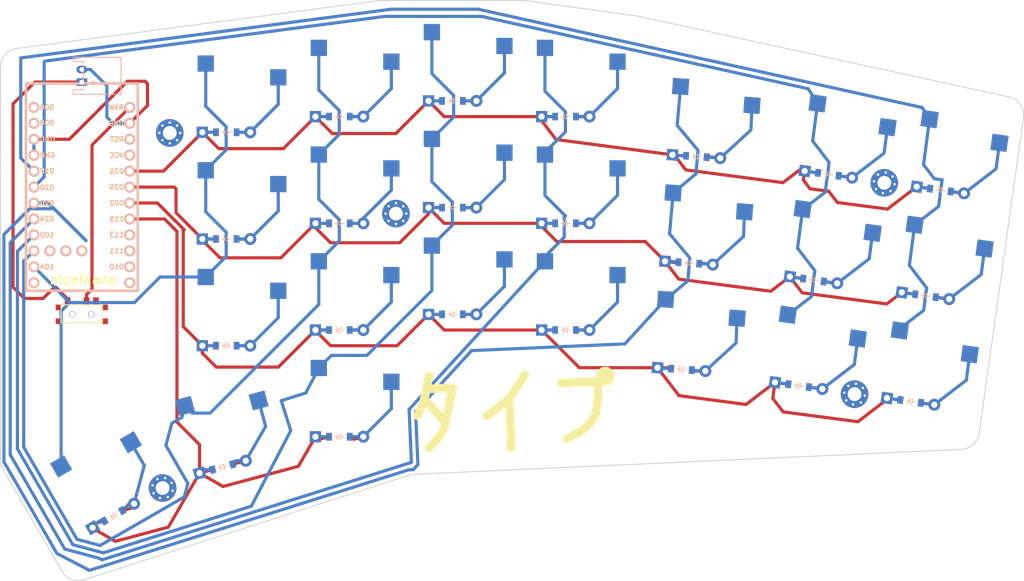
<source format=kicad_pcb>
(kicad_pcb (version 20241229) (generator "pcbnew") (generator_version "9.0")
  (title_block (title "right_pcb") (rev "v1.0.0") (company "Unknown"))
  (layers (0 "F.Cu" signal) (2 "B.Cu" signal) (13 "F.Paste" user) (15 "B.Paste" user) (5 "F.SilkS" user "F.Silkscreen") (7 "B.SilkS" user "B.Silkscreen") (1 "F.Mask" user) (3 "B.Mask" user) (25 "Edge.Cuts" user))
  (net 0 "")
  (net 1 "P017")
  (net 2 "mirror_clone_outer_bottom")
  (net 3 "mirror_clone_outer_home")
  (net 4 "mirror_clone_outer_top")
  (net 5 "P020")
  (net 6 "mirror_outer_bottom")
  (net 7 "mirror_outer_home")
  (net 8 "mirror_outer_top")
  (net 9 "P022")
  (net 10 "mirror_pinky_bottom")
  (net 11 "mirror_pinky_home")
  (net 12 "mirror_pinky_top")
  (net 13 "P024")
  (net 14 "mirror_ring_bottom")
  (net 15 "mirror_ring_home")
  (net 16 "mirror_ring_top")
  (net 17 "P100")
  (net 18 "mirror_middle_bottom")
  (net 19 "mirror_middle_home")
  (net 20 "mirror_middle_top")
  (net 21 "mirror_index_mod")
  (net 22 "P011")
  (net 23 "mirror_index_bottom")
  (net 24 "mirror_index_home")
  (net 25 "mirror_index_top")
  (net 26 "P104")
  (net 27 "mirror_inner_bottom")
  (net 28 "mirror_inner_home")
  (net 29 "mirror_inner_top")
  (net 30 "mirror_layer_cluster")
  (net 31 "mirror_space_cluster")
  (net 32 "P002")
  (net 33 "P029")
  (net 34 "P031")
  (net 35 "P115")
  (net 36 "RAW")
  (net 37 "GND")
  (net 38 "RST")
  (net 39 "VCC")
  (net 40 "P113")
  (net 41 "P111")
  (net 42 "P010")
  (net 43 "P009")
  (net 44 "P006")
  (net 45 "P008")
  (net 46 "P106")
  (net 47 "P101")
  (net 48 "P102")
  (net 49 "P107")
  (net 50 "pos")
  (footprint "E73:SPDT_C128955" (layer "F.Cu") (at 247.343768 124.529025 180)
    (property "Reference" "T1" (hide yes))
    (property "Value" "" (hide yes))
  )
  (footprint "PG1350" (layer "F.Cu") (at 249.859027 152.285854 30)
    (property "Reference" "S24" (hide yes))
    (property "Value" "" (hide yes))
  )
  (footprint "ComboDiode" (layer "F.Cu") (at 366.177923 102.22526 -8)
    (property "Reference" "D6" (hide yes))
    (property "Value" "" (hide yes))
  )
  (footprint "ComboDiode" (layer "F.Cu") (at 306.343767 107.529032)
    (property "Reference" "D14" (hide yes))
    (property "Value" "" (hide yes))
  )
  (footprint "ComboDiode" (layer "F.Cu") (at 270.343768 112.529031)
    (property "Reference" "D21" (hide yes))
    (property "Value" "" (hide yes))
  )
  (footprint "ComboDiode" (layer "F.Cu") (at 270.343762 95.52903)
    (property "Reference" "D22" (hide yes))
    (property "Value" "" (hide yes))
  )
  (footprint "PG1350" (layer "F.Cu") (at 366.873796 97.273922 -8)
    (property "Reference" "S6" (hide yes))
    (property "Value" "" (hide yes))
  )
  (footprint "PG1350" (layer "F.Cu") (at 306.34377 119.529028)
    (property "Reference" "S13" (hide yes))
    (property "Value" "" (hide yes))
  )
  (footprint "ComboDiode" (layer "F.Cu") (at 324.343767 110.029035)
    (property "Reference" "D11" (hide yes))
    (property "Value" "" (hide yes))
  )
  (footprint "PG1350" (layer "F.Cu") (at 306.343776 85.529037)
    (property "Reference" "S15" (hide yes))
    (property "Value" "" (hide yes))
  )
  (footprint "ComboDiode" (layer "F.Cu") (at 270.343768 129.52904)
    (property "Reference" "D20" (hide yes))
    (property "Value" "" (hide yes))
  )
  (footprint "nice_nano" (layer "F.Cu") (at 247.343764 105.529032 -90)
    (property "Reference" "MCU1" (hide yes))
    (property "Value" "nice_nano" (hide yes))
  )
  (footprint "PG1350" (layer "F.Cu") (at 362.14191 130.943018 -8)
    (property "Reference" "S4" (hide yes))
    (property "Value" "" (hide yes))
  )
  (footprint "ComboDiode" (layer "F.Cu") (at 342.788221 133.301705 -4)
    (property "Reference" "D7" (hide yes))
    (property "Value" "" (hide yes))
  )
  (footprint "PG1350" (layer "F.Cu") (at 288.343766 105.029039)
    (property "Reference" "S18" (hide yes))
    (property "Value" "" (hide yes))
  )
  (footprint "PG1350" (layer "F.Cu") (at 288.343762 88.029029)
    (property "Reference" "S19" (hide yes))
    (property "Value" "" (hide yes))
  )
  (footprint "ComboDiode" (layer "F.Cu") (at 288.34377 93.029037)
    (property "Reference" "D19" (hide yes))
    (property "Value" "" (hide yes))
  )
  (footprint "MountingHole_2.2mm_M2_Pad_Via" (layer "F.Cu") (at 260.20326 152.202579 30)
    (property "Reference" "_5" (hide yes))
    (property "Value" "")
  )
  (footprint "PG1350" (layer "F.Cu") (at 379.966729 133.448146 -8)
    (property "Reference" "S1" (hide yes))
    (property "Value" "" (hide yes))
  )
  (footprint "ComboDiode" (layer "F.Cu") (at 343.974074 116.343116 -4)
    (property "Reference" "D8" (hide yes))
    (property "Value" "" (hide yes))
  )
  (footprint "ComboDiode" (layer "F.Cu") (at 379.27086 138.399494 -8)
    (property "Reference" "D1" (hide yes))
    (property "Value" "" (hide yes))
  )
  (footprint "PG1350" (layer "F.Cu") (at 288.343764 139.029039)
    (property "Reference" "S16" (hide yes))
    (property "Value" "" (hide yes))
  )
  (footprint "ComboDiode" (layer "F.Cu") (at 306.343773 124.52903)
    (property "Reference" "D13" (hide yes))
    (property "Value" "" (hide yes))
  )
  (footprint "PG1350" (layer "F.Cu") (at 364.507841 114.108472 -8)
    (property "Reference" "S5" (hide yes))
    (property "Value" "" (hide yes))
  )
  (footprint "ComboDiode" (layer "F.Cu") (at 384.00275 104.730369 -8)
    (property "Reference" "D3" (hide yes))
    (property "Value" "" (hide yes))
  )
  (footprint "ComboDiode" (layer "F.Cu") (at 252.359024 156.615973 30)
    (property "Reference" "D24" (hide yes))
    (property "Value" "" (hide yes))
  )
  (footprint "PG1350" (layer "F.Cu") (at 384.698606 99.779031 -8)
    (property "Reference" "S3" (hide yes))
    (property "Value" "" (hide yes))
  )
  (footprint "PG1350" (layer "F.Cu") (at 288.343767 122.02904)
    (property "Reference" "S17" (hide yes))
    (property "Value" "" (hide yes))
  )
  (footprint "ComboDiode" (layer "F.Cu") (at 288.343774 110.029033)
    (property "Reference" "D18" (hide yes))
    (property "Value" "" (hide yes))
  )
  (footprint "PG1350" (layer "F.Cu") (at 343.136999 128.313886 -4)
    (property "Reference" "S7" (hide yes))
    (property "Value" "" (hide yes))
  )
  (footprint "ComboDiode" (layer "F.Cu") (at 363.81199 119.059808 -8)
    (property "Reference" "D5" (hide yes))
    (property "Value" "" (hide yes))
  )
  (footprint "ComboDiode" (layer "F.Cu") (at 306.343768 90.529035)
    (property "Reference" "D15" (hide yes))
    (property "Value" "" (hide yes))
  )
  (footprint "PG1350" (layer "F.Cu") (at 344.322859 111.355294 -4)
    (property "Reference" "S8" (hide yes))
    (property "Value" "" (hide yes))
  )
  (footprint "PG1350" (layer "F.Cu") (at 324.343764 88.029044)
    (property "Reference" "S12" (hide yes))
    (property "Value" "" (hide yes))
  )
  (footprint "PG1350" (layer "F.Cu") (at 382.332673 116.613586 -8)
    (property "Reference" "S2" (hide yes))
    (property "Value" "" (hide yes))
  )
  (footprint "PG1350" (layer "F.Cu") (at 270.343766 124.52903)
    (property "Reference" "S20" (hide yes))
    (property "Value" "" (hide yes))
  )
  (footprint "MountingHole_2.2mm_M2_Pad_Via" (layer "F.Cu") (at 261.343763 95.629024)
    (property "Reference" "_2" (hide yes))
    (property "Value" "")
  )
  (footprint "PG1350" (layer "F.Cu") (at 270.343772 90.529036)
    (property "Reference" "S22" (hide yes))
    (property "Value" "" (hide yes))
  )
  (footprint "PG1350" (layer "F.Cu") (at 268.473178 144.012 15)
    (property "Reference" "S23" (hide yes))
    (property "Value" "" (hide yes))
  )
  (footprint "ComboDiode" (layer "F.Cu") (at 345.159939 99.384526 -4)
    (property "Reference" "D9" (hide yes))
    (property "Value" "" (hide yes))
  )
  (footprint "JST_PH_S2B-PH-K_02x2.00mm_Angled" (layer "F.Cu") (at 247.343765 86.529035 90)
    (property "Reference" "JST1" (hide yes))
    (property "Value" "" (hide yes))
  )
  (footprint "ComboDiode" (layer "F.Cu") (at 288.343766 127.029034)
    (property "Reference" "D17" (hide yes))
    (property "Value" "" (hide yes))
  )
  (footprint "ComboDiode" (layer "F.Cu") (at 381.636801 121.564933 -8)
    (property "Reference" "D2" (hide yes))
    (property "Value" "" (hide yes))
  )
  (footprint "MountingHole_2.2mm_M2_Pad_Via" (layer "F.Cu") (at 370.344534 137.24596 -8)
    (property "Reference" "_4" (hide yes))
    (property "Value" "")
  )
  (footprint "ComboDiode" (layer "F.Cu") (at 361.446044 135.894371 -8)
    (property "Reference" "D4" (hide yes))
    (property "Value" "" (hide yes))
  )
  (footprint "ComboDiode" (layer "F.Cu") (at 324.343765 93.029039)
    (property "Reference" "D12" (hide yes))
    (property "Value" "" (hide yes))
  )
  (footprint "MountingHole_2.2mm_M2_Pad_Via" (layer "F.Cu") (at 375.07642 103.576832 -8)
    (property "Reference" "_1" (hide yes))
    (property "Value" "")
  )
  (footprint "PG1350" (layer "F.Cu") (at 270.343768 107.52903)
    (property "Reference" "S21" (hide yes))
    (property "Value" "" (hide yes))
  )
  (footprint "ComboDiode" (layer "F.Cu") (at 324.343772 127.029044)
    (property "Reference" "D10" (hide yes))
    (property "Value" "" (hide yes))
  )
  (footprint "PG1350" (layer "F.Cu") (at 345.508717 94.396706 -4)
    (property "Reference" "S9" (hide yes))
    (property "Value" "" (hide yes))
  )
  (footprint "PG1350" (layer "F.Cu") (at 324.343764 105.029037)
    (property "Reference" "S11" (hide yes))
    (property "Value" "" (hide yes))
  )
  (footprint "PG1350" (layer "F.Cu") (at 324.343761 122.029033)
    (property "Reference" "S10" (hide yes))
    (property "Value" "" (hide yes))
  )
  (footprint "MountingHole_2.2mm_M2_Pad_Via" (layer "F.Cu") (at 297.343764 108.479043)
    (property "Reference" "_3" (hide yes))
    (property "Value" "")
  )
  (footprint "PG1350" (layer "F.Cu") (at 306.343764 102.529039)
    (property "Reference" "S14" (hide yes))
    (property "Value" "" (hide yes))
  )
  (footprint "ComboDiode" (layer "F.Cu") (at 269.767269 148.84162 15)
    (property "Reference" "D23" (hide yes))
    (property "Value" "" (hide yes))
  )
  (footprint "ComboDiode" (layer "F.Cu") (at 288.343763 144.02903)
    (property "Reference" "D16" (hide yes))
    (property "Value" "" (hide yes))
  )
  (gr_line (start 318.049135 74.557561) (end 335.730064 77.013241) (stroke (width 0.15)) (layer "Edge.Cuts"))
  (gr_line (start 244.188295 165.463857) (end 234.801654 149.20573) (stroke (width 0.15)) (layer "Edge.Cuts"))
  (gr_arc (start 394.897999 89.894102) (mid 396.721225 91.110842) (end 397.230235 93.242867) (stroke (width 0.15)) (layer "Edge.Cuts"))
  (gr_line (start 237.007034 82.165327) (end 294.648277 74.554851) (stroke (width 0.15)) (layer "Edge.Cuts"))
  (gr_arc (start 294.648277 74.55485) (mid 294.844196 74.535498) (end 295.040963 74.529039) (stroke (width 0.15)) (layer "Edge.Cuts"))
  (gr_arc (start 299.461497 150.152132) (mid 299.848522 150.055363) (end 300.244965 150.010814) (stroke (width 0.15)) (layer "Edge.Cuts"))
  (gr_line (start 295.040963 74.529039) (end 317.636428 74.529031) (stroke (width 0.15)) (layer "Edge.Cuts"))
  (gr_line (start 387.335878 146.05461) (end 300.244965 150.010814) (stroke (width 0.15)) (layer "Edge.Cuts"))
  (gr_arc (start 234.801654 149.20573) (mid 234.501955 148.48219) (end 234.399736 147.705736) (stroke (width 0.15)) (layer "Edge.Cuts"))
  (gr_line (start 335.955942 77.053474) (end 394.898006 89.894099) (stroke (width 0.15)) (layer "Edge.Cuts"))
  (gr_line (start 397.230235 93.242867) (end 390.170535 143.475228) (stroke (width 0.15)) (layer "Edge.Cuts"))
  (gr_line (start 299.461497 150.152134) (end 247.705979 166.819433) (stroke (width 0.15)) (layer "Edge.Cuts"))
  (gr_arc (start 335.730064 77.013239) (mid 335.843388 77.031194) (end 335.955942 77.053474) (stroke (width 0.15)) (layer "Edge.Cuts"))
  (gr_arc (start 234.399735 85.139514) (mid 235.143842 83.161902) (end 237.007034 82.165327) (stroke (width 0.15)) (layer "Edge.Cuts"))
  (gr_arc (start 317.636428 74.529031) (mid 317.843274 74.53617) (end 318.049135 74.557561) (stroke (width 0.15)) (layer "Edge.Cuts"))
  (gr_arc (start 247.705979 166.819433) (mid 245.707615 166.763196) (end 244.188295 165.463857) (stroke (width 0.15)) (layer "Edge.Cuts"))
  (gr_arc (start 390.170535 143.475228) (mid 389.218787 145.276576) (end 387.335878 146.05461) (stroke (width 0.15)) (layer "Edge.Cuts"))
  (gr_line (start 234.399736 147.705736) (end 234.399735 85.139514) (stroke (width 0.15)) (layer "Edge.Cuts"))
  (gr_text "タイプ" (at 297.6 148 2.5) (layer "F.SilkS") (effects (font (size 11 11) (thickness 1.375)) (justify left bottom)))
  (segment (start 383.050558 102.934455) (end 384.288406 103.09742) (width 0.5) (layer "B.Cu") (net 1))
  (segment (start 377.594851 126.772364) (end 377.551678 127.100257) (width 0.5) (layer "B.Cu") (net 1))
  (segment (start 237.624522 83.684306) (end 237.624522 99.61979) (width 0.5) (layer "B.Cu") (net 1))
  (segment (start 310.577848 75.920771) (end 296.594451 75.920768) (width 0.5) (layer "B.Cu") (net 1))
  (segment (start 379.917634 110.265695) (end 379.065972 116.734683) (width 0.5) (layer "B.Cu") (net 1))
  (segment (start 382.28356 93.431142) (end 381.109933 91.588916) (width 0.5) (layer "B.Cu") (net 1))
  (segment (start 310.618396 75.961318) (end 310.577848 75.920771) (width 0.5) (layer "B.Cu") (net 1))
  (segment (start 381.327984 100.689543) (end 383.050558 102.934455) (width 0.5) (layer "B.Cu") (net 1))
  (segment (start 382.283567 93.431142) (end 381.327984 100.689543) (width 0.5) (layer "B.Cu") (net 1))
  (segment (start 237.624522 99.61979) (end 239.723765 101.719033) (width 0.5) (layer "B.Cu") (net 1))
  (segment (start 381.349063 123.891659) (end 377.594851 126.772364) (width 0.5) (layer "B.Cu") (net 1))
  (segment (start 379.065972 116.734683) (end 381.818958 120.322452) (width 0.5) (layer "B.Cu") (net 1))
  (segment (start 384.288406 103.09742) (end 383.729787 107.340519) (width 0.5) (layer "B.Cu") (net 1))
  (segment (start 383.729787 107.340519) (end 379.917634 110.265695) (width 0.5) (layer "B.Cu") (net 1))
  (segment (start 381.109933 91.588916) (end 310.618396 75.961318) (width 0.5) (layer "B.Cu") (net 1))
  (segment (start 381.818958 120.322452) (end 381.349063 123.891659) (width 0.5) (layer "B.Cu") (net 1))
  (segment (start 296.594451 75.920768) (end 237.624522 83.684306) (width 0.5) (layer "B.Cu") (net 1))
  (segment (start 383.043779 138.929741) (end 380.92103 138.650275) (width 0.5) (layer "F.Cu") (net 2))
  (segment (start 380.92103 138.650275) (end 380.904801 138.629125) (width 0.5) (layer "F.Cu") (net 2))
  (segment (start 388.683093 130.886292) (end 388.138872 135.02014) (width 0.5) (layer "B.Cu") (net 2))
  (segment (start 383.043785 138.929743) (end 380.921037 138.650268) (width 0.5) (layer "B.Cu") (net 2))
  (segment (start 380.921037 138.650268) (end 380.904811 138.629118) (width 0.5) (layer "B.Cu") (net 2))
  (segment (start 388.138872 135.02014) (end 383.043785 138.929743) (width 0.5) (layer "B.Cu") (net 2))
  (segment (start 383.286975 121.815719) (end 383.270746 121.794564) (width 0.5) (layer "F.Cu") (net 3))
  (segment (start 385.409723 122.095183) (end 383.286975 121.815719) (width 0.5) (layer "F.Cu") (net 3))
  (segment (start 390.504808 118.185583) (end 385.409724 122.095175) (width 0.5) (layer "B.Cu") (net 3))
  (segment (start 385.409724 122.095175) (end 383.286984 121.815715) (width 0.5) (layer "B.Cu") (net 3))
  (segment (start 391.049038 114.051734) (end 390.504808 118.185583) (width 0.5) (layer "B.Cu") (net 3))
  (segment (start 383.286984 121.815715) (end 383.270748 121.794563) (width 0.5) (layer "B.Cu") (net 3))
  (segment (start 387.77567 105.26062) (end 385.652921 104.981154) (width 0.5) (layer "F.Cu") (net 4))
  (segment (start 385.652921 104.981154) (end 385.636691 104.960004) (width 0.5) (layer "F.Cu") (net 4))
  (segment (start 392.870751 101.351038) (end 387.775676 105.26062) (width 0.5) (layer "B.Cu") (net 4))
  (segment (start 385.636696 104.960013) (end 387.759438 105.239478) (width 0.5) (layer "B.Cu") (net 4))
  (segment (start 393.414981 97.217192) (end 393.422785 97.157905) (width 0.5) (layer "B.Cu") (net 4))
  (segment (start 393.422785 97.157905) (end 394.229506 96.538889) (width 0.5) (layer "B.Cu") (net 4))
  (segment (start 393.414981 97.217192) (end 392.870751 101.351038) (width 0.5) (layer "B.Cu") (net 4))
  (segment (start 387.759438 105.239478) (end 387.775676 105.26062) (width 0.5) (layer "B.Cu") (net 4))
  (segment (start 361.272762 113.989406) (end 364.025167 117.576406) (width 0.5) (layer "B.Cu") (net 5))
  (segment (start 363.480302 121.715023) (end 359.726859 124.595149) (width 0.5) (layer "B.Cu") (net 5))
  (segment (start 241.351067 84.322014) (end 241.487741 84.185343) (width 0.5) (layer "B.Cu") (net 5))
  (segment (start 241.487741 84.185343) (end 295.547522 77.068238) (width 0.5) (layer "B.Cu") (net 5))
  (segment (start 239.723764 104.259031) (end 241.351066 102.631733) (width 0.5) (layer "B.Cu") (net 5))
  (segment (start 295.547522 77.068238) (end 296.740915 77.068236) (width 0.5) (layer "B.Cu") (net 5))
  (segment (start 362.092806 107.760591) (end 361.272762 113.989406) (width 0.5) (layer "B.Cu") (net 5))
  (segment (start 310.986546 77.068237) (end 296.740915 77.068236) (width 0.5) (layer "B.Cu") (net 5))
  (segment (start 363.671639 96.904705) (end 364.458746 90.926029) (width 0.5) (layer "B.Cu") (net 5))
  (segment (start 364.458746 90.926036) (end 362.972613 88.593271) (width 0.5) (layer "B.Cu") (net 5))
  (segment (start 364.025167 117.576406) (end 363.480302 121.715023) (width 0.5) (layer "B.Cu") (net 5))
  (segment (start 362.972613 88.593271) (end 310.986546 77.068237) (width 0.5) (layer "B.Cu") (net 5))
  (segment (start 366.296325 100.325262) (end 363.671639 96.904705) (width 0.5) (layer "B.Cu") (net 5))
  (segment (start 362.092806 107.760591) (end 362.168813 107.770592) (width 0.5) (layer "B.Cu") (net 5))
  (segment (start 365.669791 105.084198) (end 366.296325 100.325262) (width 0.5) (layer "B.Cu") (net 5))
  (segment (start 241.351066 102.631733) (end 241.351067 84.322014) (width 0.5) (layer "B.Cu") (net 5))
  (segment (start 362.168813 107.770592) (end 365.669791 105.084198) (width 0.5) (layer "B.Cu") (net 5))
  (segment (start 363.096214 136.145156) (end 363.079983 136.124001) (width 0.5) (layer "F.Cu") (net 6))
  (segment (start 365.218962 136.424621) (end 363.096214 136.145156) (width 0.5) (layer "F.Cu") (net 6))
  (segment (start 370.314046 132.515024) (end 370.858275 128.381183) (width 0.5) (layer "B.Cu") (net 6))
  (segment (start 363.079983 136.124011) (end 365.202734 136.403472) (width 0.5) (layer "B.Cu") (net 6))
  (segment (start 365.218955 136.424624) (end 370.314046 132.515024) (width 0.5) (layer "B.Cu") (net 6))
  (segment (start 365.202734 136.403472) (end 365.218955 136.424624) (width 0.5) (layer "B.Cu") (net 6))
  (segment (start 365.462158 119.310591) (end 365.445929 119.289438) (width 0.5) (layer "F.Cu") (net 7))
  (segment (start 367.584909 119.590055) (end 365.462158 119.310591) (width 0.5) (layer "F.Cu") (net 7))
  (segment (start 365.46215 119.310595) (end 365.445924 119.289455) (width 0.5) (layer "B.Cu") (net 7))
  (segment (start 367.584902 119.59007) (end 365.46215 119.310595) (width 0.5) (layer "B.Cu") (net 7))
  (segment (start 367.584902 119.59007) (end 372.679989 115.680473) (width 0.5) (layer "B.Cu") (net 7))
  (segment (start 372.679989 115.680473) (end 373.224215 111.546631) (width 0.5) (layer "B.Cu") (net 7))
  (segment (start 369.950844 102.755507) (end 367.828098 102.476044) (width 0.5) (layer "F.Cu") (net 8))
  (segment (start 367.828098 102.476044) (end 367.811866 102.454891) (width 0.5) (layer "F.Cu") (net 8))
  (segment (start 367.811863 102.454888) (end 369.934616 102.734355) (width 0.5) (layer "B.Cu") (net 8))
  (segment (start 369.950846 102.755506) (end 375.045928 98.845919) (width 0.5) (layer "B.Cu") (net 8))
  (segment (start 369.934616 102.734355) (end 369.950846 102.755506) (width 0.5) (layer "B.Cu") (net 8))
  (segment (start 375.045928 98.845919) (end 375.590155 94.712066) (width 0.5) (layer "B.Cu") (net 8))
  (segment (start 242.937815 107.711742) (end 239.049718 107.711731) (width 0.5) (layer "B.Cu") (net 9))
  (segment (start 344.131164 115.55067) (end 343.812788 119.189781) (width 0.5) (layer "B.Cu") (net 9))
  (segment (start 299.347748 149.306435) (end 300.102372 149.273491) (width 0.5) (layer "B.Cu") (net 9))
  (segment (start 248.017822 112.791737) (end 242.937815 107.711742) (width 0.5) (layer "B.Cu") (net 9))
  (segment (start 242.025111 106.799038) (end 248.017822 112.791737) (width 0.5) (layer "B.Cu") (net 9))
  (segment (start 300.473103 140.036919) (end 309.390629 130.305146) (width 0.5) (layer "B.Cu") (net 9))
  (segment (start 235.040158 148.174704) (end 243.380633 162.620835) (width 0.5) (layer "B.Cu") (net 9))
  (segment (start 234.949761 111.811684) (end 234.949759 148.084305) (width 0.5) (layer "B.Cu") (net 9))
  (segment (start 342.113273 94.44477) (end 345.431004 98.398699) (width 0.5) (layer "B.Cu") (net 9))
  (segment (start 333.788244 129.239922) (end 340.285029 122.149928) (width 0.5) (layer "B.Cu") (net 9))
  (segment (start 309.390629 130.305146) (end 333.788244 129.239922) (width 0.5) (layer "B.Cu") (net 9))
  (segment (start 340.901327 111.701502) (end 344.131164 115.55067) (width 0.5) (layer "B.Cu") (net 9))
  (segment (start 342.656752 88.232744) (end 342.113273 94.44477) (width 0.5) (layer "B.Cu") (net 9))
  (segment (start 300.841175 148.467229) (end 300.473103 140.036919) (width 0.5) (layer "B.Cu") (net 9))
  (segment (start 248.563242 165.318728) (end 299.347748 149.306435) (width 0.5) (layer "B.Cu") (net 9))
  (segment (start 345.431004 98.398699) (end 345.099817 102.184234) (width 0.5) (layer "B.Cu") (net 9))
  (segment (start 239.723769 106.799026) (end 242.025111 106.799038) (width 0.5) (layer "B.Cu") (net 9))
  (segment (start 345.099817 102.184234) (end 345.058877 102.180652) (width 0.5) (layer "B.Cu") (net 9))
  (segment (start 234.949759 148.084305) (end 235.040158 148.174704) (width 0.5) (layer "B.Cu") (net 9))
  (segment (start 300.102372 149.273491) (end 300.841175 148.467229) (width 0.5) (layer "B.Cu") (net 9))
  (segment (start 345.058877 102.180652) (end 341.470886 105.191331) (width 0.5) (layer "B.Cu") (net 9))
  (segment (start 341.470886 105.191331) (end 340.901327 111.701502) (width 0.5) (layer "B.Cu") (net 9))
  (segment (start 243.380633 162.620835) (end 248.563242 165.318728) (width 0.5) (layer "B.Cu") (net 9))
  (segment (start 239.049718 107.711731) (end 234.949761 111.811684) (width 0.5) (layer "B.Cu") (net 9))
  (segment (start 343.812788 119.189781) (end 340.285019 122.149929) (width 0.5) (layer "B.Cu") (net 9))
  (segment (start 346.588942 133.56748) (end 344.584881 133.56748) (width 0.5) (layer "F.Cu") (net 10))
  (segment (start 344.584881 133.56748) (end 344.434204 133.4168) (width 0.5) (layer "F.Cu") (net 10))
  (segment (start 344.488217 133.475758) (end 344.434197 133.416795) (width 0.5) (layer "B.Cu") (net 10))
  (segment (start 351.481665 129.084102) (end 346.588937 133.567474) (width 0.5) (layer "B.Cu") (net 10))
  (segment (start 346.588937 133.567474) (end 344.488217 133.475758) (width 0.5) (layer "B.Cu") (net 10))
  (segment (start 351.653425 125.150256) (end 351.481665 129.084102) (width 0.5) (layer "B.Cu") (net 10))
  (segment (start 345.767998 116.344689) (end 345.620055 116.458213) (width 0.5) (layer "F.Cu") (net 11))
  (segment (start 347.774792 116.608889) (end 345.767998 116.344689) (width 0.5) (layer "F.Cu") (net 11))
  (segment (start 345.620052 116.458215) (end 347.72077 116.549934) (width 0.5) (layer "B.Cu") (net 11))
  (segment (start 347.72077 116.549934) (end 347.774795 116.60889) (width 0.5) (layer "B.Cu") (net 11))
  (segment (start 347.774795 116.60889) (end 352.667533 112.125525) (width 0.5) (layer "B.Cu") (net 11))
  (segment (start 352.667533 112.125525) (end 352.839284 108.191665) (width 0.5) (layer "B.Cu") (net 11))
  (segment (start 346.953862 99.386101) (end 346.805919 99.499621) (width 0.5) (layer "F.Cu") (net 12))
  (segment (start 348.960657 99.650299) (end 346.953862 99.386101) (width 0.5) (layer "F.Cu") (net 12))
  (segment (start 354.02515 91.23307) (end 353.853395 95.16693) (width 0.5) (layer "B.Cu") (net 12))
  (segment (start 346.805915 99.499628) (end 348.906636 99.591342) (width 0.5) (layer "B.Cu") (net 12))
  (segment (start 353.853395 95.16693) (end 348.960654 99.6503) (width 0.5) (layer "B.Cu") (net 12))
  (segment (start 348.906636 99.591342) (end 348.960654 99.6503) (width 0.5) (layer "B.Cu") (net 12))
  (segment (start 321.068762 98.715726) (end 321.068771 99.079036) (width 0.5) (layer "B.Cu") (net 13))
  (segment (start 235.950765 146.885312) (end 244.630746 161.919488) (width 0.5) (layer "B.Cu") (net 13))
  (segment (start 235.950754 113.112038) (end 235.950765 140.75528) (width 0.5) (layer "B.Cu") (net 13))
  (segment (start 324.328657 92.25584) (end 324.328664 95.455831) (width 0.5) (layer "B.Cu") (net 13))
  (segment (start 321.068768 105.59594) (end 324.328662 108.855833) (width 0.5) (layer "B.Cu") (net 13))
  (segment (start 321.068771 99.079036) (end 321.068768 105.59594) (width 0.5) (layer "B.Cu") (net 13))
  (segment (start 250.041544 163.369306) (end 250.561715 163.640084) (width 0.5) (layer "B.Cu") (net 13))
  (segment (start 239.723761 109.33904) (end 235.950754 113.112038) (width 0.5) (layer "B.Cu") (net 13))
  (segment (start 321.068768 115.315729) (end 321.068764 116.079037) (width 0.5) (layer "B.Cu") (net 13))
  (segment (start 324.128659 112.255839) (end 321.068768 115.315729) (width 0.5) (layer "B.Cu") (net 13))
  (segment (start 252.124818 163.146196) (end 299.809714 148.111205) (width 0.5) (layer "B.Cu") (net 13))
  (segment (start 235.950765 140.75528) (end 235.950765 146.885312) (width 0.5) (layer "B.Cu") (net 13))
  (segment (start 299.809714 148.111205) (end 299.441636 139.680896) (width 0.5) (layer "B.Cu") (net 13))
  (segment (start 252.124166 163.147445) (end 252.124818 163.146196) (width 0.5) (layer "B.Cu") (net 13))
  (segment (start 244.630746 161.919488) (end 250.041544 163.369306) (width 0.5) (layer "B.Cu") (net 13))
  (segment (start 299.441636 139.680896) (end 321.06876 116.079034) (width 0.5) (layer "B.Cu") (net 13))
  (segment (start 321.068763 82.079036) (end 321.068759 88.995939) (width 0.5) (layer "B.Cu") (net 13))
  (segment (start 324.328664 95.455831) (end 321.068762 98.715726) (width 0.5) (layer "B.Cu") (net 13))
  (segment (start 321.068759 88.995939) (end 324.328657 92.25584) (width 0.5) (layer "B.Cu") (net 13))
  (segment (start 250.561715 163.640084) (end 252.124166 163.147445) (width 0.5) (layer "B.Cu") (net 13))
  (segment (start 324.128663 109.05583) (end 324.128659 112.255839) (width 0.5) (layer "B.Cu") (net 13))
  (segment (start 324.328662 108.855833) (end 324.128663 109.05583) (width 0.5) (layer "B.Cu") (net 13))
  (segment (start 328.153772 127.029041) (end 325.993771 127.029042) (width 0.5) (layer "F.Cu") (net 14))
  (segment (start 332.618766 122.56403) (end 332.618761 118.279033) (width 0.5) (layer "B.Cu") (net 14))
  (segment (start 325.993762 127.029039) (end 328.153763 127.029032) (width 0.5) (layer "B.Cu") (net 14))
  (segment (start 328.153763 127.029032) (end 332.618766 122.56403) (width 0.5) (layer "B.Cu") (net 14))
  (segment (start 325.993768 110.029033) (end 328.153767 110.029035) (width 0.5) (layer "F.Cu") (net 15))
  (segment (start 325.993767 110.029031) (end 328.153768 110.029035) (width 0.5) (layer "B.Cu") (net 15))
  (segment (start 328.153768 110.029035) (end 332.618767 105.564036) (width 0.5) (layer "B.Cu") (net 15))
  (segment (start 332.618767 105.564036) (end 332.618769 101.279042) (width 0.5) (layer "B.Cu") (net 15))
  (segment (start 325.993768 93.029036) (end 328.153764 93.029035) (width 0.5) (layer "F.Cu") (net 16))
  (segment (start 332.618764 84.279044) (end 332.618765 88.564038) (width 0.5) (layer "B.Cu") (net 16))
  (segment (start 332.618765 88.564038) (end 328.153769 93.029034) (width 0.5) (layer "B.Cu") (net 16))
  (segment (start 328.153769 93.029034) (end 325.993773 93.029039) (width 0.5) (layer "B.Cu") (net 16))
  (segment (start 303.068774 79.579033) (end 303.068766 86.195937) (width 0.5) (layer "B.Cu") (net 17))
  (segment (start 303.068769 120.731834) (end 292.722571 131.078032) (width 0.5) (layer "B.Cu") (net 17))
  (segment (start 303.068761 96.579033) (end 303.068768 103.395949) (width 0.5) (layer "B.Cu") (net 17))
  (segment (start 237.095463 143.155284) (end 237.095464 145.953435) (width 0.5) (layer "B.Cu") (net 17))
  (segment (start 237.095464 145.953435) (end 237.095474 145.953445) (width 0.5) (layer "B.Cu") (net 17))
  (segment (start 303.068766 86.195937) (end 306.52866 89.655833) (width 0.5) (layer "B.Cu") (net 17))
  (segment (start 245.913614 161.226924) (end 250.701122 162.509725) (width 0.5) (layer "B.Cu") (net 17))
  (segment (start 280.599784 143.05366) (end 279.096259 138.285076) (width 0.5) (layer "B.Cu") (net 17))
  (segment (start 306.528663 93.119143) (end 303.068761 96.579033) (width 0.5) (layer "B.Cu") (net 17))
  (segment (start 274.330883 155.096121) (end 280.599784 143.05366) (width 0.5) (layer "B.Cu") (net 17))
  (segment (start 306.328664 106.655827) (end 306.32866 110.319149) (width 0.5) (layer "B.Cu") (net 17))
  (segment (start 292.722571 131.078032) (end 287.069768 131.07803) (width 0.5) (layer "B.Cu") (net 17))
  (segment (start 279.096259 138.285076) (end 282.999299 137.054454) (width 0.5) (layer "B.Cu") (net 17))
  (segment (start 239.723763 111.879031) (end 237.09547 114.507333) (width 0.5) (layer "B.Cu") (net 17))
  (segment (start 303.06877 113.579038) (end 303.068769 120.731834) (width 0.5) (layer "B.Cu") (net 17))
  (segment (start 237.09547 114.507333) (end 237.095463 143.155284) (width 0.5) (layer "B.Cu") (net 17))
  (segment (start 287.069768 131.07803) (end 285.068764 133.079034) (width 0.5) (layer "B.Cu") (net 17))
  (segment (start 303.068768 103.395949) (end 306.328664 106.655827) (width 0.5) (layer "B.Cu") (net 17))
  (segment (start 237.095474 145.953445) (end 245.913614 161.226924) (width 0.5) (layer "B.Cu") (net 17))
  (segment (start 306.52866 89.655833) (end 306.528663 93.119143) (width 0.5) (layer "B.Cu") (net 17))
  (segment (start 306.32866 110.319149) (end 303.06877 113.579038) (width 0.5) (layer "B.Cu") (net 17))
  (segment (start 250.701122 162.509725) (end 250.745182 162.532665) (width 0.5) (layer "B.Cu") (net 17))
  (segment (start 250.745182 162.532665) (end 274.330883 155.096121) (width 0.5) (layer "B.Cu") (net 17))
  (segment (start 282.999299 137.054454) (end 285.068765 133.07904) (width 0.5) (layer "B.Cu") (net 17))
  (segment (start 310.153775 124.529029) (end 307.993773 124.529032) (width 0.5) (layer "F.Cu") (net 18))
  (segment (start 314.618769 120.064033) (end 310.153768 124.529041) (width 0.5) (layer "B.Cu") (net 18))
  (segment (start 307.993763 124.52903) (end 310.153768 124.529041) (width 0.5) (layer "B.Cu") (net 18))
  (segment (start 314.618773 115.779031) (end 314.618769 120.064033) (width 0.5) (layer "B.Cu") (net 18))
  (segment (start 310.153769 107.529032) (end 307.993766 107.529034) (width 0.5) (layer "F.Cu") (net 19))
  (segment (start 314.618767 103.064039) (end 310.15377 107.529035) (width 0.5) (layer "B.Cu") (net 19))
  (segment (start 310.15377 107.529035) (end 307.993763 107.529036) (width 0.5) (layer "B.Cu") (net 19))
  (segment (start 314.618765 98.779033) (end 314.618767 103.064039) (width 0.5) (layer "B.Cu") (net 19))
  (segment (start 310.153767 90.529035) (end 307.993767 90.529034) (width 0.5) (layer "F.Cu") (net 20))
  (segment (start 307.99377 90.52904) (end 310.153761 90.529034) (width 0.5) (layer "B.Cu") (net 20))
  (segment (start 314.618762 81.779035) (end 314.61877 86.064032) (width 0.5) (layer "B.Cu") (net 20))
  (segment (start 314.61877 86.064032) (end 310.153761 90.529034) (width 0.5) (layer "B.Cu") (net 20))
  (segment (start 292.153764 144.029031) (end 290.678461 144.424339) (width 0.5) (layer "F.Cu") (net 21))
  (segment (start 290.678461 144.424339) (end 289.993765 144.02903) (width 0.5) (layer "F.Cu") (net 21))
  (segment (start 296.61877 139.564041) (end 292.153768 144.02904) (width 0.5) (layer "B.Cu") (net 21))
  (segment (start 289.993766 144.029034) (end 292.153768 144.02904) (width 0.5) (layer "B.Cu") (net 21))
  (segment (start 296.618767 135.27904) (end 296.61877 139.564041) (width 0.5) (layer "B.Cu") (net 21))
  (segment (start 285.10546 99.079036) (end 285.06877 99.079032) (width 0.5) (layer "B.Cu") (net 22))
  (segment (start 267.762045 140.265743) (end 264.923162 140.26574) (width 0.5) (layer "B.Cu") (net 22))
  (segment (start 261.684972 141.866805) (end 263.278218 140.946938) (width 0.5) (layer "B.Cu") (net 22))
  (segment (start 288.32866 92.055836) (end 288.328661 95.855845) (width 0.5) (layer "B.Cu") (net 22))
  (segment (start 285.105456 116.079029) (end 285.068764 116.079031) (width 0.5) (layer "B.Cu") (net 22))
  (segment (start 238.096468 145.685223) (end 246.573191 160.367337) (width 0.5) (layer "B.Cu") (net 22))
  (segment (start 238.096469 116.046326) (end 238.096464 144.555284) (width 0.5) (layer "B.Cu") (net 22))
  (segment (start 246.573191 160.367337) (end 250.254825 161.353838) (width 0.5) (layer "B.Cu") (net 22))
  (segment (start 285.068766 82.079037) (end 285.068764 88.795938) (width 0.5) (layer "B.Cu") (net 22))
  (segment (start 285.068764 116.079031) (end 285.068772 122.959014) (width 0.5) (layer "B.Cu") (net 22))
  (segment (start 239.723769 114.419033) (end 238.096469 116.046326) (width 0.5) (layer "B.Cu") (net 22))
  (segment (start 250.254825 161.353838) (end 263.661875 153.613269) (width 0.5) (layer "B.Cu") (net 22))
  (segment (start 288.328661 95.855845) (end 285.10546 99.079036) (width 0.5) (layer "B.Cu") (net 22))
  (segment (start 285.06877 99.079032) (end 285.068774 106.195942) (width 0.5) (layer "B.Cu") (net 22))
  (segment (start 288.328658 109.455834) (end 288.328665 112.85584) (width 0.5) (layer "B.Cu") (net 22))
  (segment (start 285.068772 122.959014) (end 267.762045 140.265743) (width 0.5) (layer "B.Cu") (net 22))
  (segment (start 238.096464 144.555284) (end 238.096467 145.251427) (width 0.5) (layer "B.Cu") (net 22))
  (segment (start 264.923162 140.26574) (end 263.769793 139.112372) (width 0.5) (layer "B.Cu") (net 22))
  (segment (start 264.233308 151.48065) (end 260.733302 145.418473) (width 0.5) (layer "B.Cu") (net 22))
  (segment (start 260.733302 145.418473) (end 261.684972 141.866805) (width 0.5) (layer "B.Cu") (net 22))
  (segment (start 263.278218 140.946938) (end 263.769792 139.112374) (width 0.5) (layer "B.Cu") (net 22))
  (segment (start 263.661875 153.613269) (end 264.233308 151.48065) (width 0.5) (layer "B.Cu") (net 22))
  (segment (start 238.096467 145.251427) (end 238.096468 145.685223) (width 0.5) (layer "B.Cu") (net 22))
  (segment (start 288.328665 112.85584) (end 285.105456 116.079029) (width 0.5) (layer "B.Cu") (net 22))
  (segment (start 285.068764 88.795938) (end 288.32866 92.055836) (width 0.5) (layer "B.Cu") (net 22))
  (segment (start 285.068774 106.195942) (end 288.328658 109.455834) (width 0.5) (layer "B.Cu") (net 22))
  (segment (start 292.153766 127.029037) (end 289.993769 127.029033) (width 0.5) (layer "F.Cu") (net 23))
  (segment (start 296.618768 118.279035) (end 296.618766 122.564031) (width 0.5) (layer "B.Cu") (net 23))
  (segment (start 296.618766 122.564031) (end 292.153764 127.029034) (width 0.5) (layer "B.Cu") (net 23))
  (segment (start 289.993767 127.029037) (end 292.153764 127.029034) (width 0.5) (layer "B.Cu") (net 23))
  (segment (start 289.993772 110.029031) (end 292.153772 110.02903) (width 0.5) (layer "F.Cu") (net 24))
  (segment (start 292.153767 109.215679) (end 296.618767 104.750678) (width 0.5) (layer "B.Cu") (net 24))
  (segment (start 296.618767 104.750678) (end 296.618766 101.279031) (width 0.5) (layer "B.Cu") (net 24))
  (segment (start 292.153768 110.029029) (end 292.153767 109.215679) (width 0.5) (layer "B.Cu") (net 24))
  (segment (start 292.153774 110.029033) (end 289.993774 110.029033) (width 0.5) (layer "B.Cu") (net 24))
  (segment (start 289.993767 93.029035) (end 292.153766 93.029036) (width 0.5) (layer "F.Cu") (net 25))
  (segment (start 296.618768 84.279035) (end 296.618772 88.564026) (width 0.5) (layer "B.Cu") (net 25))
  (segment (start 296.618772 88.564026) (end 292.15377 93.029033) (width 0.5) (layer "B.Cu") (net 25))
  (segment (start 292.15377 93.029033) (end 289.993767 93.029036) (width 0.5) (layer "B.Cu") (net 25))
  (segment (start 267.068766 108.195936) (end 270.328658 111.455834) (width 0.5) (layer "B.Cu") (net 26))
  (segment (start 270.328658 111.455834) (end 270.328656 115.319136) (width 0.5) (layer "B.Cu") (net 26))
  (segment (start 267.068762 118.579035) (end 259.80546 118.579038) (width 0.5) (layer "B.Cu") (net 26))
  (segment (start 244.04779 148.770498) (end 244.047787 124.02861) (width 0.5) (layer "B.Cu") (net 26))
  (segment (start 255.728667 122.655833) (end 245.420566 122.655832) (width 0.5) (layer "B.Cu") (net 26))
  (segment (start 245.420566 122.655832) (end 239.723772 116.959029) (width 0.5) (layer "B.Cu") (net 26))
  (segment (start 270.328656 115.319136) (end 267.068762 118.579035) (width 0.5) (layer "B.Cu") (net 26))
  (segment (start 244.047787 124.02861) (end 245.420566 122.655832) (width 0.5) (layer "B.Cu") (net 26))
  (segment (start 267.068768 84.57904) (end 267.068767 91.395942) (width 0.5) (layer "B.Cu") (net 26))
  (segment (start 259.80546 118.579038) (end 255.728667 122.655833) (width 0.5) (layer "B.Cu") (net 26))
  (segment (start 270.328659 94.655838) (end 270.328659 98.319136) (width 0.5) (layer "B.Cu") (net 26))
  (segment (start 267.068769 101.579039) (end 267.068766 108.195936) (width 0.5) (layer "B.Cu") (net 26))
  (segment (start 267.068767 91.395942) (end 270.328659 94.655838) (width 0.5) (layer "B.Cu") (net 26))
  (segment (start 270.328659 98.319136) (end 267.068769 101.579039) (width 0.5) (layer "B.Cu") (net 26))
  (segment (start 274.153769 129.529039) (end 271.993766 129.529039) (width 0.5) (layer "F.Cu") (net 27))
  (segment (start 278.618763 125.064033) (end 278.61876 120.779036) (width 0.5) (layer "B.Cu") (net 27))
  (segment (start 273.840414 129.529036) (end 273.686749 129.682702) (width 0.5) (layer "B.Cu") (net 27))
  (segment (start 273.686749 129.682702) (end 273.533077 129.529036) (width 0.5) (layer "B.Cu") (net 27))
  (segment (start 273.533077 129.529036) (end 271.993768 129.529033) (width 0.5) (layer "B.Cu") (net 27))
  (segment (start 274.153766 129.529033) (end 273.840414 129.529036) (width 0.5) (layer "B.Cu") (net 27))
  (segment (start 274.153766 129.529033) (end 278.618763 125.064033) (width 0.5) (layer "B.Cu") (net 27))
  (segment (start 271.993768 112.529033) (end 274.153766 112.529035) (width 0.5) (layer "F.Cu") (net 28))
  (segment (start 274.153759 112.529029) (end 278.618771 108.064039) (width 0.5) (layer "B.Cu") (net 28))
  (segment (start 271.993775 112.52903) (end 274.153759 112.529029) (width 0.5) (layer "B.Cu") (net 28))
  (segment (start 278.618771 108.064039) (end 278.618772 103.779025) (width 0.5) (layer "B.Cu") (net 28))
  (segment (start 271.993762 95.529029) (end 274.153766 95.529032) (width 0.5) (layer "F.Cu") (net 29))
  (segment (start 274.153773 95.529035) (end 278.61877 91.064039) (width 0.5) (layer "B.Cu") (net 29))
  (segment (start 274.153773 95.529035) (end 271.993762 95.529037) (width 0.5) (layer "B.Cu") (net 29))
  (segment (start 278.61877 91.064039) (end 278.618768 86.77903) (width 0.5) (layer "B.Cu") (net 29))
  (segment (start 273.447443 147.855521) (end 271.361043 148.414569) (width 0.5) (layer "F.Cu") (net 30))
  (segment (start 276.60468 142.387032) (end 273.447443 147.855521) (width 0.5) (layer "B.Cu") (net 30))
  (segment (start 271.920097 147.855519) (end 271.361047 148.414569) (width 0.5) (layer "B.Cu") (net 30))
  (segment (start 273.447446 147.855519) (end 271.920097 147.855519) (width 0.5) (layer "B.Cu") (net 30))
  (segment (start 275.495642 138.248052) (end 276.60468 142.387032) (width 0.5) (layer "B.Cu") (net 30))
  (segment (start 255.263275 155.395664) (end 255.65858 154.710977) (width 0.5) (layer "F.Cu") (net 31))
  (segment (start 253.787967 155.790973) (end 255.263275 155.395664) (width 0.5) (layer "F.Cu") (net 31))
  (segment (start 257.292885 148.611674) (end 255.658581 154.710977) (width 0.5) (layer "B.Cu") (net 31))
  (segment (start 255.150385 144.900758) (end 257.292885 148.611674) (width 0.5) (layer "B.Cu") (net 31))
  (segment (start 255.658581 154.710973) (end 254.867966 154.710973) (width 0.5) (layer "B.Cu") (net 31))
  (segment (start 254.867966 154.710973) (end 253.787966 155.790973) (width 0.5) (layer "B.Cu") (net 31))
  (segment (start 263.491865 126.487134) (end 266.533765 129.52904) (width 0.5) (layer "F.Cu") (net 32))
  (segment (start 263.491867 111.181215) (end 263.491865 126.487134) (width 0.5) (layer "F.Cu") (net 32))
  (segment (start 358.979313 140.070516) (end 357.335537 137.928309) (width 0.5) (layer "F.Cu") (net 32))
  (segment (start 342.378639 137.455345) (end 338.987502 133.035933) (width 0.5) (layer "F.Cu") (net 32))
  (segment (start 375.497938 137.869241) (end 375.465493 138.115686) (width 0.5) (layer "F.Cu") (net 32))
  (segment (start 284.53377 127.122842) (end 286.942005 129.531077) (width 0.5) (layer "F.Cu") (net 32))
  (segment (start 254.963767 106.799031) (end 259.38814 106.799034) (width 0.5) (layer "F.Cu") (net 32))
  (segment (start 370.876647 141.636831) (end 358.979313 140.070516) (width 0.5) (layer "F.Cu") (net 32))
  (segment (start 266.533764 130.722838) (end 268.742007 132.93108) (width 0.5) (layer "F.Cu") (net 32))
  (segment (start 320.53377 127.029043) (end 326.540662 133.035933) (width 0.5) (layer "F.Cu") (net 32))
  (segment (start 338.987502 133.035934) (end 340.991563 133.035934) (width 0.5) (layer "F.Cu") (net 32))
  (segment (start 286.693769 127.029035) (end 284.533769 127.029034) (width 0.5) (layer "F.Cu") (net 32))
  (segment (start 304.693775 124.529031) (end 302.533772 124.529032) (width 0.5) (layer "F.Cu") (net 32))
  (segment (start 268.693765 129.52904) (end 266.533765 129.52904) (width 0.5) (layer "F.Cu") (net 32))
  (segment (start 342.375248 137.481098) (end 342.378639 137.455345) (width 0.5) (layer "F.Cu") (net 32))
  (segment (start 259.38814 106.799034) (end 263.631092 111.041992) (width 0.5) (layer "F.Cu") (net 32))
  (segment (start 297.531726 129.531077) (end 302.533772 124.529032) (width 0.5) (layer "F.Cu") (net 32))
  (segment (start 268.742007 132.93108) (end 278.631723 132.931076) (width 0.5) (layer "F.Cu") (net 32))
  (segment (start 377.636917 138.169856) (end 375.51417 137.890394) (width 0.5) (layer "F.Cu") (net 32))
  (segment (start 357.689355 135.38527) (end 357.673122 135.364119) (width 0.5) (layer "F.Cu") (net 32))
  (segment (start 353.077933 138.890131) (end 342.375248 137.481098) (width 0.5) (layer "F.Cu") (net 32))
  (segment (start 359.8121 135.664739) (end 357.689355 135.38527) (width 0.5) (layer "F.Cu") (net 32))
  (segment (start 340.991563 133.035934) (end 341.142239 133.186611) (width 0.5) (layer "F.Cu") (net 32))
  (segment (start 357.335537 137.928309) (end 357.673122 135.364119) (width 0.5) (layer "F.Cu") (net 32))
  (segment (start 286.942005 129.531077) (end 297.531726 129.531077) (width 0.5) (layer "F.Cu") (net 32))
  (segment (start 305.033785 127.029042) (end 320.53377 127.029043) (width 0.5) (layer "F.Cu") (net 32))
  (segment (start 278.631723 132.931076) (end 284.533769 127.029034) (width 0.5) (layer "F.Cu") (net 32))
  (segment (start 322.693771 127.029044) (end 320.53377 127.029043) (width 0.5) (layer "F.Cu") (net 32))
  (segment (start 266.533765 129.52904) (end 266.533764 130.722838) (width 0.5) (layer "F.Cu") (net 32))
  (segment (start 326.540662 133.035933) (end 338.987502 133.035934) (width 0.5) (layer "F.Cu") (net 32))
  (segment (start 375.51417 137.890394) (end 375.497938 137.869241) (width 0.5) (layer "F.Cu") (net 32))
  (segment (start 284.533769 127.029034) (end 284.53377 127.122842) (width 0.5) (layer "F.Cu") (net 32))
  (segment (start 357.673122 135.364119) (end 353.077933 138.890131) (width 0.5) (layer "F.Cu") (net 32))
  (segment (start 263.631092 111.041992) (end 263.491867 111.181215) (width 0.5) (layer "F.Cu") (net 32))
  (segment (start 302.533772 124.529032) (end 305.033785 127.029042) (width 0.5) (layer "F.Cu") (net 32))
  (segment (start 375.465493 138.115686) (end 370.876647 141.636831) (width 0.5) (layer "F.Cu") (net 32))
  (segment (start 357.67312 135.364116) (end 359.795872 135.643584) (width 0.5) (layer "B.Cu") (net 32))
  (segment (start 377.636921 138.169851) (end 375.514174 137.890383) (width 0.5) (layer "B.Cu") (net 32))
  (segment (start 286.693763 127.02904) (end 284.533772 127.029042) (width 0.5) (layer "B.Cu") (net 32))
  (segment (start 339.041514 133.094898) (end 338.987495 133.035935) (width 0.5) (layer "B.Cu") (net 32))
  (segment (start 375.514174 137.890383) (end 375.497943 137.869241) (width 0.5) (layer "B.Cu") (net 32))
  (segment (start 341.142233 133.1866) (end 339.041514 133.094898) (width 0.5) (layer "B.Cu") (net 32))
  (segment (start 266.533764 129.529029) (end 268.693768 129.529037) (width 0.5) (layer "B.Cu") (net 32))
  (segment (start 302.533763 124.52904) (end 304.69377 124.529027) (width 0.5) (layer "B.Cu") (net 32))
  (segment (start 320.533765 127.029038) (end 322.693768 127.029042) (width 0.5) (layer "B.Cu") (net 32))
  (segment (start 359.795872 135.643584) (end 359.812089 135.664733) (width 0.5) (layer "B.Cu") (net 32))
  (segment (start 279.031728 115.531077) (end 284.533772 110.029031) (width 0.5) (layer "F.Cu") (net 33))
  (segment (start 360.0553 118.550707) (end 360.039066 118.529556) (width 0.5) (layer "F.Cu") (net 33))
  (segment (start 340.173357 116.077345) (end 342.180145 116.341542) (width 0.5) (layer "F.Cu") (net 33))
  (segment (start 377.880113 121.055836) (end 377.863883 121.034681) (width 0.5) (layer "F.Cu") (net 33))
  (segment (start 340.173357 116.077345) (end 342.354267 118.919561) (width 0.5) (layer "F.Cu") (net 33))
  (segment (start 380.002858 121.335299) (end 377.880113 121.055836) (width 0.5) (layer "F.Cu") (net 33))
  (segment (start 302.533768 107.529033) (end 305.033771 110.029035) (width 0.5) (layer "F.Cu") (net 33))
  (segment (start 262.342005 108.33727) (end 262.342007 104.531078) (width 0.5) (layer "F.Cu") (net 33))
  (segment (start 266.533767 112.722839) (end 269.342005 115.531076) (width 0.5) (layer "F.Cu") (net 33))
  (segment (start 284.533772 110.029031) (end 286.693771 110.029029) (width 0.5) (layer "F.Cu") (net 33))
  (segment (start 357.015357 120.849731) (end 360.039066 118.529556) (width 0.5) (layer "F.Cu") (net 33))
  (segment (start 266.533765 112.529035) (end 262.342005 108.33727) (width 0.5) (layer "F.Cu") (net 33))
  (segment (start 342.354267 118.919561) (end 357.015357 120.849731) (width 0.5) (layer "F.Cu") (net 33))
  (segment (start 322.942005 112.931077) (end 337.027088 112.931079) (width 0.5) (layer "F.Cu") (net 33))
  (segment (start 286.942006 113.131078) (end 297.942006 113.131079) (width 0.5) (layer "F.Cu") (net 33))
  (segment (start 262.069961 104.259032) (end 254.96377 104.259033) (width 0.5) (layer "F.Cu") (net 33))
  (segment (start 360.039066 118.529556) (end 362.014872 121.104479) (width 0.5) (layer "F.Cu") (net 33))
  (segment (start 266.533765 112.529035) (end 268.693767 112.529035) (width 0.5) (layer "F.Cu") (net 33))
  (segment (start 320.533769 110.522837) (end 322.942005 112.931077) (width 0.5) (layer "F.Cu") (net 33))
  (segment (start 320.533767 110.029036) (end 322.693767 110.029036) (width 0.5) (layer "F.Cu") (net 33))
  (segment (start 320.533767 110.029036) (end 320.533769 110.522837) (width 0.5) (layer "F.Cu") (net 33))
  (segment (start 269.342005 115.531076) (end 279.031728 115.531077) (width 0.5) (layer "F.Cu") (net 33))
  (segment (start 362.014872 121.104479) (end 375.465213 122.875251) (width 0.5) (layer "F.Cu") (net 33))
  (segment (start 337.027088 112.931079) (end 340.173356 116.077345) (width 0.5) (layer "F.Cu") (net 33))
  (segment (start 302.533768 107.529033) (end 304.693767 107.529032) (width 0.5) (layer "F.Cu") (net 33))
  (segment (start 342.180145 116.341542) (end 342.328091 116.228021) (width 0.5) (layer "F.Cu") (net 33))
  (segment (start 284.533772 110.029031) (end 284.533771 110.722845) (width 0.5) (layer "F.Cu") (net 33))
  (segment (start 375.465213 122.875251) (end 377.863883 121.034681) (width 0.5) (layer "F.Cu") (net 33))
  (segment (start 362.178047 118.830175) (end 360.0553 118.550707) (width 0.5) (layer "F.Cu") (net 33))
  (segment (start 302.533767 108.539315) (end 302.533768 107.529033) (width 0.5) (layer "F.Cu") (net 33))
  (segment (start 262.342007 104.531078) (end 262.069961 104.259032) (width 0.5) (layer "F.Cu") (net 33))
  (segment (start 266.533765 112.529035) (end 266.533767 112.722839) (width 0.5) (layer "F.Cu") (net 33))
  (segment (start 284.533771 110.722845) (end 286.942006 113.131078) (width 0.5) (layer "F.Cu") (net 33))
  (segment (start 305.033771 110.029035) (end 320.533767 110.029036) (width 0.5) (layer "F.Cu") (net 33))
  (segment (start 297.942006 113.131079) (end 302.533767 108.539315) (width 0.5) (layer "F.Cu") (net 33))
  (segment (start 320.533763 110.029038) (end 322.693765 110.029039) (width 0.5) (layer "B.Cu") (net 33))
  (segment (start 360.055298 118.550703) (end 360.039061 118.529568) (width 0.5) (layer "B.Cu") (net 33))
  (segment (start 377.880114 121.055828) (end 377.863888 121.034683) (width 0.5) (layer "B.Cu") (net 33))
  (segment (start 340.173354 116.077343) (end 342.274076 116.169063) (width 0.5) (layer "B.Cu") (net 33))
  (segment (start 266.533768 112.52904) (end 268.693769 112.529034) (width 0.5) (layer "B.Cu") (net 33))
  (segment (start 304.693766 107.529029) (end 302.533761 107.529042) (width 0.5) (layer "B.Cu") (net 33))
  (segment (start 286.693774 110.029033) (end 284.533774 110.029033) (width 0.5) (layer "B.Cu") (net 33))
  (segment (start 380.00287 121.335295) (end 377.880114 121.055828) (width 0.5) (layer "B.Cu") (net 33))
  (segment (start 362.178051 118.830177) (end 360.055298 118.550703) (width 0.5) (layer "B.Cu") (net 33))
  (segment (start 342.274076 116.169063) (end 342.328102 116.228016) (width 0.5) (layer "B.Cu") (net 33))
  (segment (start 341.669638 99.159621) (end 343.478883 101.517477) (width 0.5) (layer "F.Cu") (net 34))
  (segment (start 287.235808 95.731076) (end 297.331726 95.731077) (width 0.5) (layer "F.Cu") (net 34))
  (segment (start 362.421233 101.716161) (end 362.405004 101.695012) (width 0.5) (layer "F.Cu") (net 34))
  (segment (start 320.533763 93.029034) (end 320.460139 93.588308) (width 0.5) (layer "F.Cu") (net 34))
  (segment (start 367.607373 106.711311) (end 366.229904 104.916159) (width 0.5) (layer "F.Cu") (net 34))
  (segment (start 284.533765 93.029035) (end 287.235808 95.731076) (width 0.5) (layer "F.Cu") (net 34))
  (segment (start 279.431727 98.131076) (end 284.533765 93.029035) (width 0.5) (layer "F.Cu") (net 34))
  (segment (start 269.135811 98.131077) (end 279.431727 98.131076) (width 0.5) (layer "F.Cu") (net 34))
  (segment (start 320.460139 93.588308) (end 322.832184 96.679626) (width 0.5) (layer "F.Cu") (net 34))
  (segment (start 343.513958 99.269431) (end 341.509893 99.269431) (width 0.5) (layer "F.Cu") (net 34))
  (segment (start 305.033769 93.029036) (end 320.533763 93.029034) (width 0.5) (layer "F.Cu") (net 34))
  (segment (start 358.945422 103.553686) (end 361.519607 101.578445) (width 0.5) (layer "F.Cu") (net 34))
  (segment (start 260.34376 101.719033) (end 254.963767 101.719034) (width 0.5) (layer "F.Cu") (net 34))
  (segment (start 322.832184 96.679626) (end 341.359218 99.118754) (width 0.5) (layer "F.Cu") (net 34))
  (segment (start 341.509893 99.269431) (end 341.359217 99.118754) (width 0.5) (layer "F.Cu") (net 34))
  (segment (start 266.533763 95.529031) (end 260.34376 101.719033) (width 0.5) (layer "F.Cu") (net 34))
  (segment (start 302.533768 90.529036) (end 305.033769 93.029036) (width 0.5) (layer "F.Cu") (net 34))
  (segment (start 343.478883 101.517477) (end 358.945422 103.553686) (width 0.5) (layer "F.Cu") (net 34))
  (segment (start 266.533763 95.529031) (end 269.135811 98.131077) (width 0.5) (layer "F.Cu") (net 34))
  (segment (start 320.533763 93.029034) (end 322.693766 93.029038) (width 0.5) (layer "F.Cu") (net 34))
  (segment (start 361.519607 101.578445) (end 362.405004 101.695012) (width 0.5) (layer "F.Cu") (net 34))
  (segment (start 363.255571 104.524578) (end 362.211597 103.164051) (width 0.5) (layer "F.Cu") (net 34))
  (segment (start 341.359218 99.118754) (end 341.669638 99.159621) (width 0.5) (layer "F.Cu") (net 34))
  (segment (start 304.693768 90.529033) (end 302.533768 90.529036) (width 0.5) (layer "F.Cu") (net 34))
  (segment (start 362.211597 103.164051) (end 362.405004 101.695012) (width 0.5) (layer "F.Cu") (net 34))
  (segment (start 380.22983 104.200116) (end 375.587932 107.761971) (width 0.5) (layer "F.Cu") (net 34))
  (segment (start 366.229904 104.916159) (end 363.255571 104.524578) (width 0.5) (layer "F.Cu") (net 34))
  (segment (start 284.533765 93.029035) (end 286.693767 93.029034) (width 0.5) (layer "F.Cu") (net 34))
  (segment (start 380.246061 104.221273) (end 380.22983 104.200116) (width 0.5) (layer "F.Cu") (net 34))
  (segment (start 266.533763 95.529031) (end 268.693763 95.529032) (width 0.5) (layer "F.Cu") (net 34))
  (segment (start 297.331726 95.731077) (end 302.533768 90.529036) (width 0.5) (layer "F.Cu") (net 34))
  (segment (start 364.543982 101.995627) (end 362.421233 101.716161) (width 0.5) (layer "F.Cu") (net 34))
  (segment (start 375.587932 107.761971) (end 367.607373 106.711311) (width 0.5) (layer "F.Cu") (net 34))
  (segment (start 382.368808 104.500737) (end 380.246061 104.221273) (width 0.5) (layer "F.Cu") (net 34))
  (segment (start 343.513954 99.269428) (end 341.413235 99.177715) (width 0.5) (layer "B.Cu") (net 34))
  (segment (start 322.693762 93.029048) (end 320.533768 93.02903) (width 0.5) (layer "B.Cu") (net 34))
  (segment (start 382.368809 104.500738) (end 381.826873 104.429388) (width 0.5) (layer "B.Cu") (net 34))
  (segment (start 381.810647 104.408237) (end 380.22983 104.200116) (width 0.5) (layer "B.Cu") (net 34))
  (segment (start 380.246056 104.221268) (end 380.229833 104.200119) (width 0.5) (layer "B.Cu") (net 34))
  (segment (start 268.693772 95.529042) (end 266.533762 95.52904) (width 0.5) (layer "B.Cu") (net 34))
  (segment (start 302.533765 90.529038) (end 304.693765 90.529032) (width 0.5) (layer "B.Cu") (net 34))
  (segment (start 381.826873 104.429388) (end 380.246056 104.221268) (width 0.5) (layer "B.Cu") (net 34))
  (segment (start 362.42123 101.716161) (end 362.405005 101.695014) (width 0.5) (layer "B.Cu") (net 34))
  (segment (start 381.826873 104.429388) (end 381.810647 104.408237) (width 0.5) (layer "B.Cu") (net 34))
  (segment (start 341.413235 99.177715) (end 341.359217 99.118751) (width 0.5) (layer "B.Cu") (net 34))
  (segment (start 284.533766 93.029034) (end 286.693768 93.029033) (width 0.5) (layer "B.Cu") (net 34))
  (segment (start 364.543984 101.995623) (end 362.42123 101.716161) (width 0.5) (layer "B.Cu") (net 34))
  (segment (start 254.963764 109.339032) (end 260.512508 109.339032) (width 0.5) (layer "F.Cu") (net 35))
  (segment (start 260.512508 109.339032) (end 262.490867 111.317393) (width 0.5) (layer "F.Cu") (net 35))
  (segment (start 281.813514 148.740638) (end 284.533764 144.029029) (width 0.5) (layer "F.Cu") (net 35))
  (segment (start 262.490867 141.690867) (end 266.087092 145.287092) (width 0.5) (layer "F.Cu") (net 35))
  (segment (start 249.454773 157.836279) (end 249.059468 158.520971) (width 0.5) (layer "F.Cu") (net 35))
  (segment (start 249.059468 158.520971) (end 249.082224 158.605899) (width 0.5) (layer "F.Cu") (net 35))
  (segment (start 269.810005 151.956969) (end 281.813514 148.740638) (width 0.5) (layer "F.Cu") (net 35))
  (segment (start 250.930082 157.440972) (end 249.454773 157.836279) (width 0.5) (layer "F.Cu") (net 35))
  (segment (start 266.087092 145.287092) (end 266.087092 149.827721) (width 0.5) (layer "F.Cu") (net 35))
  (segment (start 262.490867 111.317393) (end 262.490867 141.690867) (width 0.5) (layer "F.Cu") (net 35))
  (segment (start 266.087093 149.827723) (end 268.173492 149.268672) (width 0.5) (layer "F.Cu") (net 35))
  (segment (start 249.082224 158.605899) (end 252.685875 160.68647) (width 0.5) (layer "F.Cu") (net 35))
  (segment (start 252.685875 160.68647) (end 261.123023 158.425744) (width 0.5) (layer "F.Cu") (net 35))
  (segment (start 261.123023 158.425744) (end 266.087093 149.827723) (width 0.5) (layer "F.Cu") (net 35))
  (segment (start 266.087093 149.827723) (end 266.110965 149.821328) (width 0.5) (layer "F.Cu") (net 35))
  (segment (start 285.218458 144.42434) (end 284.533764 144.029029) (width 0.5) (layer "F.Cu") (net 35))
  (segment (start 266.110965 149.821328) (end 269.810005 151.956969) (width 0.5) (layer "F.Cu") (net 35))
  (segment (start 286.693761 144.029032) (end 285.218458 144.42434) (width 0.5) (layer "F.Cu") (net 35))
  (segment (start 250.139467 157.440973) (end 249.059467 158.520973) (width 0.5) (layer "B.Cu") (net 35))
  (segment (start 268.173491 149.268671) (end 266.646142 149.268671) (width 0.5) (layer "B.Cu") (net 35))
  (segment (start 266.646142 149.268671) (end 266.087092 149.827721) (width 0.5) (layer "B.Cu") (net 35))
  (segment (start 250.930082 157.440973) (end 250.139467 157.440973) (width 0.5) (layer "B.Cu") (net 35))
  (segment (start 286.69377 144.029036) (end 284.533762 144.029037) (width 0.5) (layer "B.Cu") (net 35))
  (segment (start 248.971064 120.499726) (end 248.093768 121.377022) (width 0.5) (layer "F.Cu") (net 36))
  (segment (start 254.963764 91.559032) (end 248.971064 97.551732) (width 0.5) (layer "F.Cu") (net 36))
  (segment (start 248.971064 97.551732) (end 248.971064 120.499726) (width 0.5) (layer "F.Cu") (net 36))
  (segment (start 248.093768 121.377022) (end 248.093768 122.454025) (width 0.5) (layer "F.Cu") (net 36))
  (segment (start 257.8 91.262802) (end 254.963768 94.099034) (width 0.5) (layer "F.Cu") (net 37))
  (segment (start 257.8 87.8) (end 257.8 91.262802) (width 0.5) (layer "F.Cu") (net 37))
  (segment (start 257.4 87.4) (end 257.8 87.8) (width 0.5) (layer "F.Cu") (net 37))
  (segment (start 239.723764 96.639032) (end 245.360968 96.639032) (width 0.5) (layer "F.Cu") (net 37))
  (segment (start 254.6 87.4) (end 257.4 87.4) (width 0.5) (layer "F.Cu") (net 37))
  (segment (start 245.360968 96.639032) (end 254.6 87.4) (width 0.5) (layer "F.Cu") (net 37))
  (segment (start 251.342005 93.131076) (end 252.342006 94.131076) (width 0.5) (layer "B.Cu") (net 37))
  (segment (start 251.342005 88.131078) (end 251.342005 93.131076) (width 0.5) (layer "B.Cu") (net 37))
  (segment (start 252.342006 94.131076) (end 252.37405 94.099034) (width 0.5) (layer "B.Cu") (net 37))
  (segment (start 252.37405 94.099034) (end 254.963771 94.099036) (width 0.5) (layer "B.Cu") (net 37))
  (segment (start 247.343766 85.529043) (end 248.739968 85.529037) (width 0.5) (layer "B.Cu") (net 37))
  (segment (start 239.723766 96.639032) (end 239.723767 99.179034) (width 0.5) (layer "B.Cu") (net 37))
  (segment (start 248.739968 85.529037) (end 251.342005 88.131078) (width 0.5) (layer "B.Cu") (net 37))
  (segment (start 243 120.2) (end 243.2 120.2) (width 0.5) (layer "F.Cu") (net 50))
  (segment (start 236.4 120.2) (end 238.2 122) (width 0.5) (layer "F.Cu") (net 50))
  (segment (start 238.2 122) (end 241.2 122) (width 0.5) (layer "F.Cu") (net 50))
  (segment (start 243.2 120.2) (end 245.093768 122.093768) (width 0.5) (layer "F.Cu") (net 50))
  (segment (start 247.343762 87.52903) (end 239.87097 87.52903) (width 0.5) (layer "F.Cu") (net 50))
  (segment (start 245.093768 122.093768) (end 245.093768 122.454025) (width 0.5) (layer "F.Cu") (net 50))
  (segment (start 239.87097 87.52903) (end 236.4 91) (width 0.5) (layer "F.Cu") (net 50))
  (segment (start 241.2 122) (end 243 120.2) (width 0.5) (layer "F.Cu") (net 50))
  (segment (start 236.4 91) (end 236.4 120.2) (width 0.5) (layer "F.Cu") (net 50))
)
</source>
